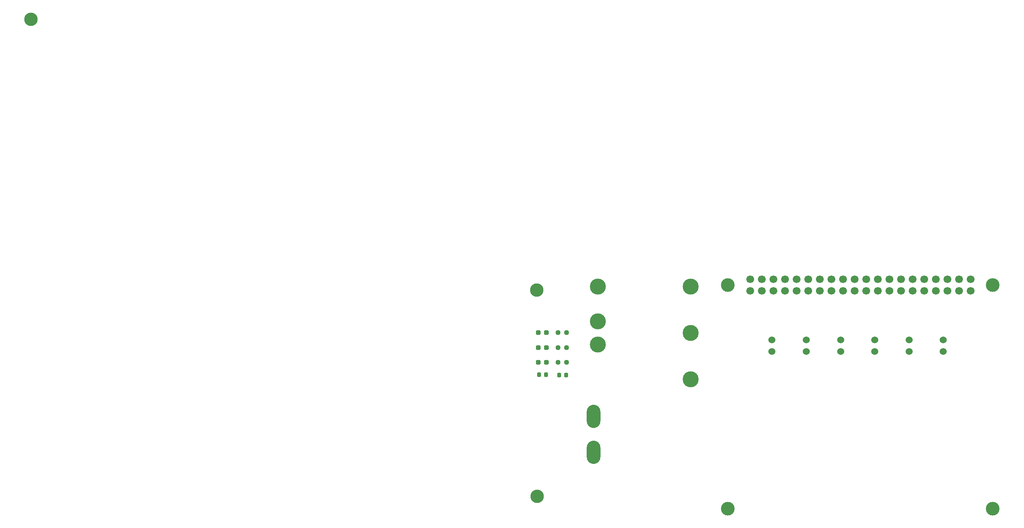
<source format=gts>
G04 #@! TF.GenerationSoftware,KiCad,Pcbnew,7.0.7*
G04 #@! TF.CreationDate,2024-03-26T15:42:10-05:00*
G04 #@! TF.ProjectId,Hardware_2024,48617264-7761-4726-955f-323032342e6b,rev?*
G04 #@! TF.SameCoordinates,Original*
G04 #@! TF.FileFunction,Soldermask,Top*
G04 #@! TF.FilePolarity,Negative*
%FSLAX46Y46*%
G04 Gerber Fmt 4.6, Leading zero omitted, Abs format (unit mm)*
G04 Created by KiCad (PCBNEW 7.0.7) date 2024-03-26 15:42:10*
%MOMM*%
%LPD*%
G01*
G04 APERTURE LIST*
G04 Aperture macros list*
%AMRoundRect*
0 Rectangle with rounded corners*
0 $1 Rounding radius*
0 $2 $3 $4 $5 $6 $7 $8 $9 X,Y pos of 4 corners*
0 Add a 4 corners polygon primitive as box body*
4,1,4,$2,$3,$4,$5,$6,$7,$8,$9,$2,$3,0*
0 Add four circle primitives for the rounded corners*
1,1,$1+$1,$2,$3*
1,1,$1+$1,$4,$5*
1,1,$1+$1,$6,$7*
1,1,$1+$1,$8,$9*
0 Add four rect primitives between the rounded corners*
20,1,$1+$1,$2,$3,$4,$5,0*
20,1,$1+$1,$4,$5,$6,$7,0*
20,1,$1+$1,$6,$7,$8,$9,0*
20,1,$1+$1,$8,$9,$2,$3,0*%
G04 Aperture macros list end*
%ADD10C,1.524000*%
%ADD11RoundRect,0.225000X0.225000X0.250000X-0.225000X0.250000X-0.225000X-0.250000X0.225000X-0.250000X0*%
%ADD12RoundRect,0.237500X-0.287500X-0.237500X0.287500X-0.237500X0.287500X0.237500X-0.287500X0.237500X0*%
%ADD13C,2.946400*%
%ADD14RoundRect,0.237500X0.250000X0.237500X-0.250000X0.237500X-0.250000X-0.237500X0.250000X-0.237500X0*%
%ADD15C,3.500000*%
%ADD16C,3.000000*%
%ADD17C,1.700000*%
%ADD18O,3.000000X5.100000*%
G04 APERTURE END LIST*
D10*
X166476000Y-74422000D03*
X166476000Y-76962000D03*
D11*
X116985500Y-81978000D03*
X115435500Y-81978000D03*
D12*
X115330000Y-79311000D03*
X117080000Y-79311000D03*
X115330000Y-76073000D03*
X117080000Y-76073000D03*
D13*
X4258120Y-4093280D03*
D10*
X188976000Y-74422000D03*
X188976000Y-76962000D03*
D14*
X121462500Y-72771000D03*
X119637500Y-72771000D03*
D13*
X4258120Y-4093280D03*
D14*
X121462500Y-76073000D03*
X119637500Y-76073000D03*
D15*
X128380000Y-75425000D03*
X128380000Y-70345000D03*
X128380000Y-62725000D03*
X148700000Y-62725000D03*
X148700000Y-72885000D03*
X148700000Y-83045000D03*
D10*
X196476000Y-74422000D03*
X196476000Y-76962000D03*
D14*
X121462500Y-79311000D03*
X119637500Y-79311000D03*
D13*
X115062000Y-108712000D03*
D10*
X203976000Y-74422000D03*
X203976000Y-76962000D03*
X181476000Y-74422000D03*
X181476000Y-76962000D03*
D11*
X121430500Y-82105000D03*
X119880500Y-82105000D03*
D12*
X115330000Y-72771000D03*
X117080000Y-72771000D03*
D16*
X156801000Y-62357000D03*
X156801000Y-111357000D03*
X214801000Y-62357000D03*
X214801000Y-111357000D03*
D17*
X161671000Y-63627000D03*
X161671000Y-61087000D03*
X164211000Y-63627000D03*
X164211000Y-61087000D03*
X166751000Y-63627000D03*
X166751000Y-61087000D03*
X169291000Y-63627000D03*
X169291000Y-61087000D03*
X171831000Y-63627000D03*
X171831000Y-61087000D03*
X174371000Y-63627000D03*
X174371000Y-61087000D03*
X176911000Y-63627000D03*
X176911000Y-61087000D03*
X179451000Y-63627000D03*
X179451000Y-61087000D03*
X181991000Y-63627000D03*
X181991000Y-61087000D03*
X184531000Y-63627000D03*
X184531000Y-61087000D03*
X187071000Y-63627000D03*
X187071000Y-61087000D03*
X189611000Y-63627000D03*
X189611000Y-61087000D03*
X192151000Y-63627000D03*
X192151000Y-61087000D03*
X194691000Y-63627000D03*
X194691000Y-61087000D03*
X197231000Y-63627000D03*
X197231000Y-61087000D03*
X199771000Y-63627000D03*
X199771000Y-61087000D03*
X202311000Y-63627000D03*
X202311000Y-61087000D03*
X204851000Y-63627000D03*
X204851000Y-61087000D03*
X207391000Y-63627000D03*
X207391000Y-61087000D03*
X209931000Y-63627000D03*
X209931000Y-61087000D03*
D13*
X114935000Y-63500000D03*
D10*
X173976000Y-74422000D03*
X173976000Y-76962000D03*
D18*
X127381000Y-91186000D03*
X127381000Y-99060000D03*
M02*

</source>
